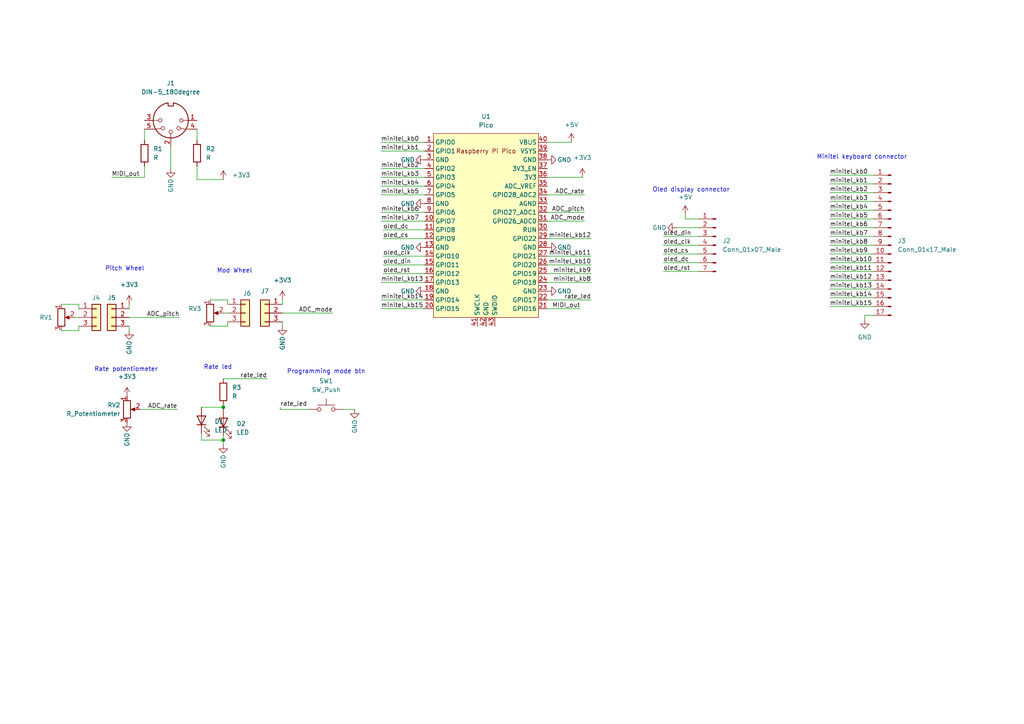
<source format=kicad_sch>
(kicad_sch (version 20211123) (generator eeschema)
  (paper "A4")
  (lib_symbols
    (symbol "Connector:Conn_01x07_Male" (pin_names (offset 1.016) hide)
      (property "Reference" "J" (at 0 10.16 0))
      (property "Value" "Conn_01x07_Male" (at 0 -10.16 0))
      (symbol "Conn_01x07_Male_1_1"
        (polyline (pts (xy 1.27 -7.62) (xy 0.8636 -7.62)) (stroke (width 0.1524)))
        (polyline (pts (xy 1.27 -5.08) (xy 0.8636 -5.08)) (stroke (width 0.1524)))
        (polyline (pts (xy 1.27 -2.54) (xy 0.8636 -2.54)) (stroke (width 0.1524)))
        (polyline (pts (xy 1.27 0) (xy 0.8636 0)) (stroke (width 0.1524)))
        (polyline (pts (xy 1.27 2.54) (xy 0.8636 2.54)) (stroke (width 0.1524)))
        (polyline (pts (xy 1.27 5.08) (xy 0.8636 5.08)) (stroke (width 0.1524)))
        (polyline (pts (xy 1.27 7.62) (xy 0.8636 7.62)) (stroke (width 0.1524)))
        (rectangle (start 0.8636 -7.493) (end 0 -7.747) (stroke (width 0.1524)) (fill (type outline)))
        (rectangle (start 0.8636 -4.953) (end 0 -5.207) (stroke (width 0.1524)) (fill (type outline)))
        (rectangle (start 0.8636 -2.413) (end 0 -2.667) (stroke (width 0.1524)) (fill (type outline)))
        (rectangle (start 0.8636 0.127) (end 0 -0.127) (stroke (width 0.1524)) (fill (type outline)))
        (rectangle (start 0.8636 2.667) (end 0 2.413) (stroke (width 0.1524)) (fill (type outline)))
        (rectangle (start 0.8636 5.207) (end 0 4.953) (stroke (width 0.1524)) (fill (type outline)))
        (rectangle (start 0.8636 7.747) (end 0 7.493) (stroke (width 0.1524)) (fill (type outline)))
        (pin passive line (at 5.08 7.62 180) (length 3.81) (name "Pin_1") (number "1"))
        (pin passive line (at 5.08 5.08 180) (length 3.81) (name "Pin_2") (number "2"))
        (pin passive line (at 5.08 2.54 180) (length 3.81) (name "Pin_3") (number "3"))
        (pin passive line (at 5.08 0 180) (length 3.81) (name "Pin_4") (number "4"))
        (pin passive line (at 5.08 -2.54 180) (length 3.81) (name "Pin_5") (number "5"))
        (pin passive line (at 5.08 -5.08 180) (length 3.81) (name "Pin_6") (number "6"))
        (pin passive line (at 5.08 -7.62 180) (length 3.81) (name "Pin_7") (number "7"))
      )
    )
    (symbol "Connector:Conn_01x17_Male" (pin_names (offset 1.016) hide)
      (property "Reference" "J" (at 0 22.86 0))
      (property "Value" "Conn_01x17_Male" (at 0 -22.86 0))
      (symbol "Conn_01x17_Male_1_1"
        (polyline (pts (xy 1.27 -20.32) (xy 0.8636 -20.32)) (stroke (width 0.1524)))
        (polyline (pts (xy 1.27 -17.78) (xy 0.8636 -17.78)) (stroke (width 0.1524)))
        (polyline (pts (xy 1.27 -15.24) (xy 0.8636 -15.24)) (stroke (width 0.1524)))
        (polyline (pts (xy 1.27 -12.7) (xy 0.8636 -12.7)) (stroke (width 0.1524)))
        (polyline (pts (xy 1.27 -10.16) (xy 0.8636 -10.16)) (stroke (width 0.1524)))
        (polyline (pts (xy 1.27 -7.62) (xy 0.8636 -7.62)) (stroke (width 0.1524)))
        (polyline (pts (xy 1.27 -5.08) (xy 0.8636 -5.08)) (stroke (width 0.1524)))
        (polyline (pts (xy 1.27 -2.54) (xy 0.8636 -2.54)) (stroke (width 0.1524)))
        (polyline (pts (xy 1.27 0) (xy 0.8636 0)) (stroke (width 0.1524)))
        (polyline (pts (xy 1.27 2.54) (xy 0.8636 2.54)) (stroke (width 0.1524)))
        (polyline (pts (xy 1.27 5.08) (xy 0.8636 5.08)) (stroke (width 0.1524)))
        (polyline (pts (xy 1.27 7.62) (xy 0.8636 7.62)) (stroke (width 0.1524)))
        (polyline (pts (xy 1.27 10.16) (xy 0.8636 10.16)) (stroke (width 0.1524)))
        (polyline (pts (xy 1.27 12.7) (xy 0.8636 12.7)) (stroke (width 0.1524)))
        (polyline (pts (xy 1.27 15.24) (xy 0.8636 15.24)) (stroke (width 0.1524)))
        (polyline (pts (xy 1.27 17.78) (xy 0.8636 17.78)) (stroke (width 0.1524)))
        (polyline (pts (xy 1.27 20.32) (xy 0.8636 20.32)) (stroke (width 0.1524)))
        (rectangle (start 0.8636 -20.193) (end 0 -20.447) (stroke (width 0.1524)) (fill (type outline)))
        (rectangle (start 0.8636 -17.653) (end 0 -17.907) (stroke (width 0.1524)) (fill (type outline)))
        (rectangle (start 0.8636 -15.113) (end 0 -15.367) (stroke (width 0.1524)) (fill (type outline)))
        (rectangle (start 0.8636 -12.573) (end 0 -12.827) (stroke (width 0.1524)) (fill (type outline)))
        (rectangle (start 0.8636 -10.033) (end 0 -10.287) (stroke (width 0.1524)) (fill (type outline)))
        (rectangle (start 0.8636 -7.493) (end 0 -7.747) (stroke (width 0.1524)) (fill (type outline)))
        (rectangle (start 0.8636 -4.953) (end 0 -5.207) (stroke (width 0.1524)) (fill (type outline)))
        (rectangle (start 0.8636 -2.413) (end 0 -2.667) (stroke (width 0.1524)) (fill (type outline)))
        (rectangle (start 0.8636 0.127) (end 0 -0.127) (stroke (width 0.1524)) (fill (type outline)))
        (rectangle (start 0.8636 2.667) (end 0 2.413) (stroke (width 0.1524)) (fill (type outline)))
        (rectangle (start 0.8636 5.207) (end 0 4.953) (stroke (width 0.1524)) (fill (type outline)))
        (rectangle (start 0.8636 7.747) (end 0 7.493) (stroke (width 0.1524)) (fill (type outline)))
        (rectangle (start 0.8636 10.287) (end 0 10.033) (stroke (width 0.1524)) (fill (type outline)))
        (rectangle (start 0.8636 12.827) (end 0 12.573) (stroke (width 0.1524)) (fill (type outline)))
        (rectangle (start 0.8636 15.367) (end 0 15.113) (stroke (width 0.1524)) (fill (type outline)))
        (rectangle (start 0.8636 17.907) (end 0 17.653) (stroke (width 0.1524)) (fill (type outline)))
        (rectangle (start 0.8636 20.447) (end 0 20.193) (stroke (width 0.1524)) (fill (type outline)))
        (pin passive line (at 5.08 20.32 180) (length 3.81) (name "Pin_1") (number "1"))
        (pin passive line (at 5.08 -2.54 180) (length 3.81) (name "Pin_10") (number "10"))
        (pin passive line (at 5.08 -5.08 180) (length 3.81) (name "Pin_11") (number "11"))
        (pin passive line (at 5.08 -7.62 180) (length 3.81) (name "Pin_12") (number "12"))
        (pin passive line (at 5.08 -10.16 180) (length 3.81) (name "Pin_13") (number "13"))
        (pin passive line (at 5.08 -12.7 180) (length 3.81) (name "Pin_14") (number "14"))
        (pin passive line (at 5.08 -15.24 180) (length 3.81) (name "Pin_15") (number "15"))
        (pin passive line (at 5.08 -17.78 180) (length 3.81) (name "Pin_16") (number "16"))
        (pin passive line (at 5.08 -20.32 180) (length 3.81) (name "Pin_17") (number "17"))
        (pin passive line (at 5.08 17.78 180) (length 3.81) (name "Pin_2") (number "2"))
        (pin passive line (at 5.08 15.24 180) (length 3.81) (name "Pin_3") (number "3"))
        (pin passive line (at 5.08 12.7 180) (length 3.81) (name "Pin_4") (number "4"))
        (pin passive line (at 5.08 10.16 180) (length 3.81) (name "Pin_5") (number "5"))
        (pin passive line (at 5.08 7.62 180) (length 3.81) (name "Pin_6") (number "6"))
        (pin passive line (at 5.08 5.08 180) (length 3.81) (name "Pin_7") (number "7"))
        (pin passive line (at 5.08 2.54 180) (length 3.81) (name "Pin_8") (number "8"))
        (pin passive line (at 5.08 0 180) (length 3.81) (name "Pin_9") (number "9"))
      )
    )
    (symbol "Connector:DIN-5_180degree" (pin_names (offset 1.016))
      (property "Reference" "J" (at 3.175 5.715 0))
      (property "Value" "DIN-5_180degree" (at 0 -6.35 0))
      (symbol "DIN-5_180degree_0_1"
        (arc (start -5.08 0) (mid -3.8609 -3.3364) (end -0.762 -5.08) (stroke (width 0.254)))
        (circle (center -3.048 0) (radius 0.508))
        (circle (center -2.286 2.286) (radius 0.508))
        (polyline (pts (xy -5.08 0) (xy -3.556 0)))
        (polyline (pts (xy 0 5.08) (xy 0 3.81)))
        (polyline (pts (xy 5.08 0) (xy 3.556 0)))
        (polyline (pts (xy -5.08 2.54) (xy -4.318 2.54) (xy -2.794 2.286)))
        (polyline (pts (xy 5.08 2.54) (xy 4.318 2.54) (xy 2.794 2.286)))
        (polyline (pts (xy -0.762 -4.953) (xy -0.762 -4.191) (xy 0.762 -4.191) (xy 0.762 -4.953)) (stroke (width 0.254)))
        (circle (center 0 3.302) (radius 0.508))
        (arc (start 0.762 -5.08) (mid 3.8685 -3.343) (end 5.08 0) (stroke (width 0.254)))
        (circle (center 2.286 2.286) (radius 0.508))
        (circle (center 3.048 0) (radius 0.508))
        (arc (start 5.08 0) (mid 0 5.08) (end -5.08 0) (stroke (width 0.254)))
      )
      (symbol "DIN-5_180degree_1_1"
        (pin passive line (at -7.62 0 0) (length 2.54) (name "~") (number "1"))
        (pin passive line (at 0 7.62 270) (length 2.54) (name "~") (number "2"))
        (pin passive line (at 7.62 0 180) (length 2.54) (name "~") (number "3"))
        (pin passive line (at -7.62 2.54 0) (length 2.54) (name "~") (number "4"))
        (pin passive line (at 7.62 2.54 180) (length 2.54) (name "~") (number "5"))
      )
    )
    (symbol "Connector_Generic:Conn_01x03" (pin_names (offset 1.016) hide)
      (property "Reference" "J" (at 0 5.08 0))
      (property "Value" "Conn_01x03" (at 0 -5.08 0))
      (symbol "Conn_01x03_1_1"
        (rectangle (start -1.27 -2.413) (end 0 -2.667) (stroke (width 0.1524)))
        (rectangle (start -1.27 0.127) (end 0 -0.127) (stroke (width 0.1524)))
        (rectangle (start -1.27 2.667) (end 0 2.413) (stroke (width 0.1524)))
        (rectangle (start -1.27 3.81) (end 1.27 -3.81) (stroke (width 0.254)) (fill (type background)))
        (pin passive line (at -5.08 2.54 0) (length 3.81) (name "Pin_1") (number "1"))
        (pin passive line (at -5.08 0 0) (length 3.81) (name "Pin_2") (number "2"))
        (pin passive line (at -5.08 -2.54 0) (length 3.81) (name "Pin_3") (number "3"))
      )
    )
    (symbol "Device:LED" (pin_numbers hide) (pin_names (offset 1.016) hide)
      (property "Reference" "D" (at 0 2.54 0))
      (property "Value" "LED" (at 0 -2.54 0))
      (symbol "LED_0_1"
        (polyline (pts (xy -1.27 -1.27) (xy -1.27 1.27)) (stroke (width 0.254)))
        (polyline (pts (xy -1.27 0) (xy 1.27 0)))
        (polyline (pts (xy 1.27 -1.27) (xy 1.27 1.27) (xy -1.27 0) (xy 1.27 -1.27)) (stroke (width 0.254)))
        (polyline (pts (xy -3.048 -0.762) (xy -4.572 -2.286) (xy -3.81 -2.286) (xy -4.572 -2.286) (xy -4.572 -1.524)))
        (polyline (pts (xy -1.778 -0.762) (xy -3.302 -2.286) (xy -2.54 -2.286) (xy -3.302 -2.286) (xy -3.302 -1.524)))
      )
      (symbol "LED_1_1"
        (pin passive line (at -3.81 0 0) (length 2.54) (name "K") (number "1"))
        (pin passive line (at 3.81 0 180) (length 2.54) (name "A") (number "2"))
      )
    )
    (symbol "Device:R" (pin_numbers hide) (pin_names (offset 0))
      (property "Reference" "R" (at 2.032 0 90))
      (property "Value" "R" (at 0 0 90))
      (symbol "R_0_1"
        (rectangle (start -1.016 -2.54) (end 1.016 2.54) (stroke (width 0.254)))
      )
      (symbol "R_1_1"
        (pin passive line (at 0 3.81 270) (length 1.27) (name "~") (number "1"))
        (pin passive line (at 0 -3.81 90) (length 1.27) (name "~") (number "2"))
      )
    )
    (symbol "Device:R_Potentiometer" (pin_names (offset 1.016) hide)
      (property "Reference" "RV" (at -4.445 0 90))
      (property "Value" "R_Potentiometer" (at -2.54 0 90))
      (symbol "R_Potentiometer_0_1"
        (polyline (pts (xy 2.54 0) (xy 1.524 0)))
        (polyline (pts (xy 1.143 0) (xy 2.286 0.508) (xy 2.286 -0.508) (xy 1.143 0)) (fill (type outline)))
        (rectangle (start 1.016 2.54) (end -1.016 -2.54) (stroke (width 0.254)))
      )
      (symbol "R_Potentiometer_1_1"
        (pin passive line (at 0 3.81 270) (length 1.27) (name "1") (number "1"))
        (pin passive line (at 3.81 0 180) (length 1.27) (name "2") (number "2"))
        (pin passive line (at 0 -3.81 90) (length 1.27) (name "3") (number "3"))
      )
    )
    (symbol "MCU_RaspberryPi_and_Boards:Pico"
      (property "Reference" "U" (at -13.97 27.94 0))
      (property "Value" "Pico" (at 0 19.05 0))
      (symbol "Pico_0_0"
        (text "Raspberry Pi Pico" (at 0 21.59 0) (effects (font (size 1.27 1.27))))
      )
      (symbol "Pico_0_1"
        (rectangle (start -15.24 26.67) (end 15.24 -26.67) (fill (type background)))
      )
      (symbol "Pico_1_1"
        (pin bidirectional line (at -17.78 24.13 0) (length 2.54) (name "GPIO0") (number "1"))
        (pin bidirectional line (at -17.78 1.27 0) (length 2.54) (name "GPIO7") (number "10"))
        (pin bidirectional line (at -17.78 -1.27 0) (length 2.54) (name "GPIO8") (number "11"))
        (pin bidirectional line (at -17.78 -3.81 0) (length 2.54) (name "GPIO9") (number "12"))
        (pin power_in line (at -17.78 -6.35 0) (length 2.54) (name "GND") (number "13"))
        (pin bidirectional line (at -17.78 -8.89 0) (length 2.54) (name "GPIO10") (number "14"))
        (pin bidirectional line (at -17.78 -11.43 0) (length 2.54) (name "GPIO11") (number "15"))
        (pin bidirectional line (at -17.78 -13.97 0) (length 2.54) (name "GPIO12") (number "16"))
        (pin bidirectional line (at -17.78 -16.51 0) (length 2.54) (name "GPIO13") (number "17"))
        (pin power_in line (at -17.78 -19.05 0) (length 2.54) (name "GND") (number "18"))
        (pin bidirectional line (at -17.78 -21.59 0) (length 2.54) (name "GPIO14") (number "19"))
        (pin bidirectional line (at -17.78 21.59 0) (length 2.54) (name "GPIO1") (number "2"))
        (pin bidirectional line (at -17.78 -24.13 0) (length 2.54) (name "GPIO15") (number "20"))
        (pin bidirectional line (at 17.78 -24.13 180) (length 2.54) (name "GPIO16") (number "21"))
        (pin bidirectional line (at 17.78 -21.59 180) (length 2.54) (name "GPIO17") (number "22"))
        (pin power_in line (at 17.78 -19.05 180) (length 2.54) (name "GND") (number "23"))
        (pin bidirectional line (at 17.78 -16.51 180) (length 2.54) (name "GPIO18") (number "24"))
        (pin bidirectional line (at 17.78 -13.97 180) (length 2.54) (name "GPIO19") (number "25"))
        (pin bidirectional line (at 17.78 -11.43 180) (length 2.54) (name "GPIO20") (number "26"))
        (pin bidirectional line (at 17.78 -8.89 180) (length 2.54) (name "GPIO21") (number "27"))
        (pin power_in line (at 17.78 -6.35 180) (length 2.54) (name "GND") (number "28"))
        (pin bidirectional line (at 17.78 -3.81 180) (length 2.54) (name "GPIO22") (number "29"))
        (pin power_in line (at -17.78 19.05 0) (length 2.54) (name "GND") (number "3"))
        (pin input line (at 17.78 -1.27 180) (length 2.54) (name "RUN") (number "30"))
        (pin bidirectional line (at 17.78 1.27 180) (length 2.54) (name "GPIO26_ADC0") (number "31"))
        (pin bidirectional line (at 17.78 3.81 180) (length 2.54) (name "GPIO27_ADC1") (number "32"))
        (pin power_in line (at 17.78 6.35 180) (length 2.54) (name "AGND") (number "33"))
        (pin bidirectional line (at 17.78 8.89 180) (length 2.54) (name "GPIO28_ADC2") (number "34"))
        (pin power_in line (at 17.78 11.43 180) (length 2.54) (name "ADC_VREF") (number "35"))
        (pin power_in line (at 17.78 13.97 180) (length 2.54) (name "3V3") (number "36"))
        (pin input line (at 17.78 16.51 180) (length 2.54) (name "3V3_EN") (number "37"))
        (pin bidirectional line (at 17.78 19.05 180) (length 2.54) (name "GND") (number "38"))
        (pin power_in line (at 17.78 21.59 180) (length 2.54) (name "VSYS") (number "39"))
        (pin bidirectional line (at -17.78 16.51 0) (length 2.54) (name "GPIO2") (number "4"))
        (pin power_in line (at 17.78 24.13 180) (length 2.54) (name "VBUS") (number "40"))
        (pin input line (at -2.54 -29.21 90) (length 2.54) (name "SWCLK") (number "41"))
        (pin power_in line (at 0 -29.21 90) (length 2.54) (name "GND") (number "42"))
        (pin bidirectional line (at 2.54 -29.21 90) (length 2.54) (name "SWDIO") (number "43"))
        (pin bidirectional line (at -17.78 13.97 0) (length 2.54) (name "GPIO3") (number "5"))
        (pin bidirectional line (at -17.78 11.43 0) (length 2.54) (name "GPIO4") (number "6"))
        (pin bidirectional line (at -17.78 8.89 0) (length 2.54) (name "GPIO5") (number "7"))
        (pin power_in line (at -17.78 6.35 0) (length 2.54) (name "GND") (number "8"))
        (pin bidirectional line (at -17.78 3.81 0) (length 2.54) (name "GPIO6") (number "9"))
      )
    )
    (symbol "Switch:SW_Push" (pin_numbers hide) (pin_names (offset 1.016) hide)
      (property "Reference" "SW" (at 1.27 2.54 0))
      (property "Value" "SW_Push" (at 0 -1.524 0))
      (symbol "SW_Push_0_1"
        (circle (center -2.032 0) (radius 0.508))
        (polyline (pts (xy 0 1.27) (xy 0 3.048)))
        (polyline (pts (xy 2.54 1.27) (xy -2.54 1.27)))
        (circle (center 2.032 0) (radius 0.508))
        (pin passive line (at -5.08 0 0) (length 2.54) (name "1") (number "1"))
        (pin passive line (at 5.08 0 180) (length 2.54) (name "2") (number "2"))
      )
    )
    (symbol "power:+3V3" (power) (pin_names (offset 0))
      (property "Value" "+3V3" (at 0 3.556 0))
      (symbol "+3V3_0_1"
        (polyline (pts (xy -0.762 1.27) (xy 0 2.54)))
        (polyline (pts (xy 0 0) (xy 0 2.54)))
        (polyline (pts (xy 0 2.54) (xy 0.762 1.27)))
      )
      (symbol "+3V3_1_1"
        (pin power_in line (at 0 0 90) (length 0) hide (name "+3V3") (number "1"))
      )
    )
    (symbol "power:+5V" (power) (pin_names (offset 0))
      (property "Value" "+5V" (at 0 3.556 0))
      (symbol "+5V_0_1"
        (polyline (pts (xy -0.762 1.27) (xy 0 2.54)))
        (polyline (pts (xy 0 0) (xy 0 2.54)))
        (polyline (pts (xy 0 2.54) (xy 0.762 1.27)))
      )
      (symbol "+5V_1_1"
        (pin power_in line (at 0 0 90) (length 0) hide (name "+5V") (number "1"))
      )
    )
    (symbol "power:GND" (power) (pin_names (offset 0))
      (property "Value" "GND" (at 0 -3.81 0))
      (symbol "GND_0_1"
        (polyline (pts (xy 0 0) (xy 0 -1.27) (xy 1.27 -1.27) (xy 0 -2.54) (xy -1.27 -1.27) (xy 0 -1.27)))
      )
      (symbol "GND_1_1"
        (pin power_in line (at 0 0 270) (length 0) hide (name "GND") (number "1"))
      )
    )
  )
  (junction (at 64.77 118.11))
  (junction (at 64.77 127.635))
  (wire (pts (xy 81.915 86.995) (xy 81.915 88.265)))
  (wire (pts (xy 49.53 42.545) (xy 49.53 48.895)))
  (wire (pts (xy 64.77 118.11) (xy 64.77 118.745)))
  (wire (pts (xy 110.49 53.975) (xy 123.19 53.975)))
  (wire (pts (xy 22.86 95.885) (xy 22.86 94.615)))
  (wire (pts (xy 158.75 61.595) (xy 169.545 61.595)))
  (wire (pts (xy 110.49 51.435) (xy 123.19 51.435)))
  (wire (pts (xy 64.77 127.635) (xy 58.42 127.635)))
  (wire (pts (xy 253.365 91.44) (xy 250.825 91.44)))
  (wire (pts (xy 37.465 92.075) (xy 52.07 92.075)))
  (wire (pts (xy 32.385 51.435) (xy 41.91 51.435)))
  (wire (pts (xy 110.49 86.995) (xy 123.19 86.995)))
  (wire (pts (xy 111.125 66.675) (xy 123.19 66.675)))
  (wire (pts (xy 64.77 52.07) (xy 57.15 52.07)))
  (wire (pts (xy 57.15 37.465) (xy 57.15 40.64)))
  (wire (pts (xy 192.405 73.66) (xy 202.565 73.66)))
  (wire (pts (xy 60.96 94.615) (xy 66.04 94.615)))
  (wire (pts (xy 21.59 92.075) (xy 22.86 92.075)))
  (wire (pts (xy 58.42 127.635) (xy 58.42 125.73)))
  (wire (pts (xy 240.665 68.58) (xy 253.365 68.58)))
  (wire (pts (xy 158.75 69.215) (xy 171.45 69.215)))
  (wire (pts (xy 240.665 58.42) (xy 253.365 58.42)))
  (wire (pts (xy 110.49 56.515) (xy 123.19 56.515)))
  (wire (pts (xy 240.665 66.04) (xy 253.365 66.04)))
  (wire (pts (xy 111.125 74.295) (xy 123.19 74.295)))
  (wire (pts (xy 192.405 71.12) (xy 202.565 71.12)))
  (wire (pts (xy 111.125 69.215) (xy 123.19 69.215)))
  (wire (pts (xy 111.125 79.375) (xy 123.19 79.375)))
  (wire (pts (xy 60.96 86.995) (xy 66.04 86.995)))
  (wire (pts (xy 158.75 51.435) (xy 168.91 51.435)))
  (wire (pts (xy 64.77 109.855) (xy 77.47 109.855)))
  (wire (pts (xy 37.465 94.615) (xy 37.465 95.885)))
  (wire (pts (xy 240.665 78.74) (xy 253.365 78.74)))
  (wire (pts (xy 250.825 91.44) (xy 250.825 92.71)))
  (wire (pts (xy 110.49 81.915) (xy 123.19 81.915)))
  (wire (pts (xy 240.665 73.66) (xy 253.365 73.66)))
  (wire (pts (xy 58.42 118.11) (xy 64.77 118.11)))
  (wire (pts (xy 64.77 127.635) (xy 64.77 126.365)))
  (wire (pts (xy 110.49 89.535) (xy 123.19 89.535)))
  (wire (pts (xy 66.04 94.615) (xy 66.04 93.345)))
  (wire (pts (xy 22.86 88.265) (xy 22.86 89.535)))
  (wire (pts (xy 198.755 63.5) (xy 202.565 63.5)))
  (wire (pts (xy 158.75 89.535) (xy 168.275 89.535)))
  (wire (pts (xy 158.75 41.275) (xy 165.735 41.275)))
  (wire (pts (xy 110.49 64.135) (xy 123.19 64.135)))
  (wire (pts (xy 110.49 43.815) (xy 123.19 43.815)))
  (wire (pts (xy 240.665 63.5) (xy 253.365 63.5)))
  (wire (pts (xy 240.665 55.88) (xy 253.365 55.88)))
  (wire (pts (xy 66.04 86.995) (xy 66.04 88.265)))
  (wire (pts (xy 196.215 66.04) (xy 202.565 66.04)))
  (wire (pts (xy 192.405 76.2) (xy 202.565 76.2)))
  (wire (pts (xy 158.75 56.515) (xy 169.545 56.515)))
  (wire (pts (xy 81.28 118.745) (xy 81.28 118.11)))
  (wire (pts (xy 158.75 81.915) (xy 171.45 81.915)))
  (wire (pts (xy 99.695 118.745) (xy 102.87 118.745)))
  (wire (pts (xy 158.75 74.295) (xy 171.45 74.295)))
  (wire (pts (xy 240.665 83.82) (xy 253.365 83.82)))
  (wire (pts (xy 81.915 90.805) (xy 96.52 90.805)))
  (wire (pts (xy 240.665 76.2) (xy 253.365 76.2)))
  (wire (pts (xy 110.49 41.275) (xy 123.19 41.275)))
  (wire (pts (xy 192.405 68.58) (xy 202.565 68.58)))
  (wire (pts (xy 240.665 88.9) (xy 253.365 88.9)))
  (wire (pts (xy 41.91 37.465) (xy 41.91 40.64)))
  (wire (pts (xy 57.15 52.07) (xy 57.15 48.26)))
  (wire (pts (xy 240.665 81.28) (xy 253.365 81.28)))
  (wire (pts (xy 240.665 50.8) (xy 253.365 50.8)))
  (wire (pts (xy 40.64 118.745) (xy 51.435 118.745)))
  (wire (pts (xy 64.77 128.905) (xy 64.77 127.635)))
  (wire (pts (xy 240.665 53.34) (xy 253.365 53.34)))
  (wire (pts (xy 64.77 117.475) (xy 64.77 118.11)))
  (wire (pts (xy 158.75 76.835) (xy 171.45 76.835)))
  (wire (pts (xy 240.665 71.12) (xy 253.365 71.12)))
  (wire (pts (xy 240.665 60.96) (xy 253.365 60.96)))
  (wire (pts (xy 41.91 51.435) (xy 41.91 48.26)))
  (wire (pts (xy 89.535 118.745) (xy 81.28 118.745)))
  (wire (pts (xy 158.75 79.375) (xy 171.45 79.375)))
  (wire (pts (xy 198.755 62.23) (xy 198.755 63.5)))
  (wire (pts (xy 64.77 90.805) (xy 66.04 90.805)))
  (wire (pts (xy 111.125 76.835) (xy 123.19 76.835)))
  (wire (pts (xy 158.75 64.135) (xy 169.545 64.135)))
  (wire (pts (xy 17.78 95.885) (xy 22.86 95.885)))
  (wire (pts (xy 110.49 61.595) (xy 123.19 61.595)))
  (wire (pts (xy 37.465 88.265) (xy 37.465 89.535)))
  (wire (pts (xy 17.78 88.265) (xy 22.86 88.265)))
  (wire (pts (xy 110.49 48.895) (xy 123.19 48.895)))
  (wire (pts (xy 240.665 86.36) (xy 253.365 86.36)))
  (wire (pts (xy 192.405 78.74) (xy 202.565 78.74)))
  (wire (pts (xy 81.915 93.345) (xy 81.915 94.615)))
  (wire (pts (xy 158.75 86.995) (xy 171.45 86.995)))
  (text "Mod Wheel\n" (at 62.865 79.375 0) (effects (font (size 1.27 1.27)) (justify left bottom)))
  (text "Oled display connector" (at 189.23 55.88 0) (effects (font (size 1.27 1.27)) (justify left bottom)))
  (text "Programming mode btn" (at 83.185 108.585 0) (effects (font (size 1.27 1.27)) (justify left bottom)))
  (text "Rate led" (at 59.055 107.315 0) (effects (font (size 1.27 1.27)) (justify left bottom)))
  (text "Rate potentiometer" (at 27.305 107.95 0) (effects (font (size 1.27 1.27)) (justify left bottom)))
  (text "Pitch Wheel\n" (at 30.48 78.74 0) (effects (font (size 1.27 1.27)) (justify left bottom)))
  (text "Minitel keyboard connector\n" (at 236.855 46.355 0) (effects (font (size 1.27 1.27)) (justify left bottom)))
  (label "minitel_kb14" (at 240.665 86.36 0))
  (label "minitel_kb3" (at 110.49 51.435 0))
  (label "minitel_kb10" (at 240.665 76.2 0))
  (label "ADC_rate" (at 169.545 56.515 180))
  (label "MIDI_out" (at 32.385 51.435 0))
  (label "minitel_kb0" (at 240.665 50.8 0))
  (label "minitel_kb9" (at 171.45 79.375 180))
  (label "minitel_kb12" (at 240.665 81.28 0))
  (label "minitel_kb8" (at 171.45 81.915 180))
  (label "minitel_kb14" (at 110.49 86.995 0))
  (label "ADC_mode" (at 96.52 90.805 180))
  (label "minitel_kb2" (at 110.49 48.895 0))
  (label "minitel_kb4" (at 240.665 60.96 0))
  (label "ADC_mode" (at 169.545 64.135 180))
  (label "minitel_kb9" (at 240.665 73.66 0))
  (label "oled_clk" (at 192.405 71.12 0))
  (label "minitel_kb3" (at 240.665 58.42 0))
  (label "minitel_kb5" (at 110.49 56.515 0))
  (label "ADC_rate" (at 51.435 118.745 180))
  (label "oled_cs" (at 111.125 69.215 0))
  (label "minitel_kb13" (at 110.49 81.915 0))
  (label "minitel_kb4" (at 110.49 53.975 0))
  (label "minitel_kb15" (at 240.665 88.9 0))
  (label "minitel_kb2" (at 240.665 55.88 0))
  (label "minitel_kb6" (at 110.49 61.595 0))
  (label "oled_rst" (at 111.125 79.375 0))
  (label "oled_dc" (at 111.125 66.675 0))
  (label "minitel_kb15" (at 110.49 89.535 0))
  (label "oled_cs" (at 192.405 73.66 0))
  (label "minitel_kb13" (at 240.665 83.82 0))
  (label "minitel_kb12" (at 171.45 69.215 180))
  (label "minitel_kb1" (at 240.665 53.34 0))
  (label "ADC_pitch" (at 169.545 61.595 180))
  (label "minitel_kb5" (at 240.665 63.5 0))
  (label "oled_din" (at 111.125 76.835 0))
  (label "oled_rst" (at 192.405 78.74 0))
  (label "minitel_kb7" (at 240.665 68.58 0))
  (label "minitel_kb6" (at 240.665 66.04 0))
  (label "minitel_kb11" (at 240.665 78.74 0))
  (label "oled_clk" (at 111.125 74.295 0))
  (label "rate_led" (at 77.47 109.855 180))
  (label "minitel_kb8" (at 240.665 71.12 0))
  (label "rate_led" (at 81.28 118.11 0))
  (label "minitel_kb0" (at 110.49 41.275 0))
  (label "minitel_kb1" (at 110.49 43.815 0))
  (label "minitel_kb11" (at 171.45 74.295 180))
  (label "oled_dc" (at 192.405 76.2 0))
  (label "minitel_kb7" (at 110.49 64.135 0))
  (label "minitel_kb10" (at 171.45 76.835 180))
  (label "ADC_pitch" (at 52.07 92.075 180))
  (label "rate_led" (at 171.45 86.995 180))
  (label "oled_din" (at 192.405 68.58 0))
  (label "MIDI_out" (at 168.275 89.535 180))
  (symbol (lib_id "Connector:Conn_01x07_Male") (at 207.645 71.12 0) (mirror y) (unit 1)
    (property "Reference" "J2" (at 209.55 69.8499 0) (effects (justify right)))
    (property "Value" "Conn_01x07_Male" (at 209.55 72.3899 0) (effects (justify right)))
    (property "Footprint" "Connector_PinHeader_2.54mm:PinHeader_1x07_P2.54mm_Vertical" (effects hide))
  )
  (symbol (lib_id "power:+5V") (at 198.755 62.23 0) (unit 1)
    (property "Reference" "#PWR0119" (effects hide))
    (property "Value" "+5V" (at 198.755 57.15 0))
  )
  (symbol (lib_id "power:GND") (at 158.75 84.455 90) (mirror x) (unit 1)
    (property "Reference" "#PWR0121" (effects hide))
    (property "Value" "GND" (at 165.735 84.455 90) (effects (justify left)))
  )
  (symbol (lib_id "power:GND") (at 81.915 94.615 0) (mirror y) (unit 1)
    (property "Reference" "#PWR0103" (effects hide))
    (property "Value" "GND" (at 81.915 101.6 90) (effects (justify left)))
  )
  (symbol (lib_id "MCU_RaspberryPi_and_Boards:Pico") (at 140.97 65.405 0) (unit 1)
    (property "Reference" "U1" (at 140.97 33.782 0))
    (property "Value" "Pico" (at 140.97 36.322 0))
    (property "Footprint" "MCU_RaspberryPi_and_Boards:RPi_Pico_SMD_TH" (effects hide))
  )
  (symbol (lib_id "power:+3V3") (at 81.915 86.995 0) (unit 1)
    (property "Reference" "#PWR0102" (effects hide))
    (property "Value" "+3V3" (at 81.915 81.28 0))
  )
  (symbol (lib_id "power:+3V3") (at 168.91 51.435 0) (unit 1)
    (property "Reference" "#PWR0118" (effects hide))
    (property "Value" "+3V3" (at 168.91 45.72 0))
  )
  (symbol (lib_id "power:GND") (at 102.87 118.745 0) (mirror y) (unit 1)
    (property "Reference" "#PWR0108" (effects hide))
    (property "Value" "GND" (at 102.87 125.73 90) (effects (justify left)))
  )
  (symbol (lib_id "Device:R") (at 57.15 44.45 180) (unit 1)
    (property "Reference" "R2" (at 59.69 43.1799 0) (effects (justify right)))
    (property "Value" "R" (at 59.69 45.7199 0) (effects (justify right)))
    (property "Footprint" "Resistor_SMD:R_0805_2012Metric" (effects hide))
  )
  (symbol (lib_id "power:GND") (at 37.465 95.885 0) (mirror y) (unit 1)
    (property "Reference" "#PWR0104" (effects hide))
    (property "Value" "GND" (at 37.465 102.87 90) (effects (justify left)))
  )
  (symbol (lib_id "Switch:SW_Push") (at 94.615 118.745 0) (unit 1)
    (property "Reference" "SW1" (at 94.615 110.49 0))
    (property "Value" "SW_Push" (at 94.615 113.03 0))
    (property "Footprint" "Button_Switch_THT:SW_PUSH_6mm" (effects hide))
  )
  (symbol (lib_id "power:GND") (at 158.75 46.355 90) (mirror x) (unit 1)
    (property "Reference" "#PWR0117" (effects hide))
    (property "Value" "GND" (at 165.735 46.355 90) (effects (justify left)))
  )
  (symbol (lib_id "Connector_Generic:Conn_01x03") (at 76.835 90.805 0) (mirror y) (unit 1)
    (property "Reference" "J7" (at 76.835 84.455 0))
    (property "Value" "Conn_01x03" (effects hide))
    (property "Footprint" "Connector_PinHeader_2.54mm:PinHeader_1x03_P2.54mm_Vertical" (effects hide))
  )
  (symbol (lib_id "power:GND") (at 123.19 84.455 270) (unit 1)
    (property "Reference" "#PWR0113" (effects hide))
    (property "Value" "GND" (at 116.205 84.455 90) (effects (justify left)))
  )
  (symbol (lib_id "Connector:Conn_01x17_Male") (at 258.445 71.12 0) (mirror y) (unit 1)
    (property "Reference" "J3" (at 260.35 69.8499 0) (effects (justify right)))
    (property "Value" "Conn_01x17_Male" (at 260.35 72.3899 0) (effects (justify right)))
    (property "Footprint" "Connector_PinHeader_2.54mm:PinHeader_1x13_P2.54mm_Vertical" (effects hide))
  )
  (symbol (lib_id "power:GND") (at 196.215 66.04 270) (unit 1)
    (property "Reference" "#PWR0120" (effects hide))
    (property "Value" "GND" (at 189.23 66.04 90) (effects (justify left)))
  )
  (symbol (lib_id "Device:R") (at 41.91 44.45 0) (unit 1)
    (property "Reference" "R1" (at 44.45 43.1799 0) (effects (justify left)))
    (property "Value" "R" (at 44.45 45.7199 0) (effects (justify left)))
    (property "Footprint" "Resistor_SMD:R_0805_2012Metric" (effects hide))
  )
  (symbol (lib_id "Device:LED") (at 58.42 121.92 90) (unit 1)
    (property "Reference" "D1" (at 62.23 122.2374 90) (effects (justify right)))
    (property "Value" "LED" (at 62.23 124.7774 90) (effects (justify right)))
    (property "Footprint" "LED_THT:LED_D3.0mm" (effects hide))
  )
  (symbol (lib_id "power:+3V3") (at 36.83 114.935 0) (unit 1)
    (property "Reference" "#PWR0110" (effects hide))
    (property "Value" "+3V3" (at 36.83 109.22 0))
  )
  (symbol (lib_id "Device:LED") (at 64.77 122.555 90) (unit 1)
    (property "Reference" "D2" (at 68.58 122.8724 90) (effects (justify right)))
    (property "Value" "LED" (at 68.58 125.4124 90) (effects (justify right)))
    (property "Footprint" "LED_SMD:LED_0603_1608Metric" (effects hide))
  )
  (symbol (lib_id "power:GND") (at 36.83 122.555 0) (mirror y) (unit 1)
    (property "Reference" "#PWR0111" (effects hide))
    (property "Value" "GND" (at 36.83 129.54 90) (effects (justify left)))
  )
  (symbol (lib_id "Connector:DIN-5_180degree") (at 49.53 34.925 180) (unit 1)
    (property "Reference" "J1" (at 49.5299 24.13 0))
    (property "Value" "DIN-5_180degree" (at 49.5299 26.67 0))
    (property "Footprint" "KiCad:52120441" (effects hide))
    (property "Datasheet" "http://www.mouser.com/ds/2/18/40_c091_abd_e-75918.pdf" (effects hide))
  )
  (symbol (lib_id "power:GND") (at 49.53 48.895 0) (unit 1)
    (property "Reference" "#PWR0107" (effects hide))
    (property "Value" "GND" (at 49.53 55.88 90) (effects (justify left)))
  )
  (symbol (lib_id "power:+5V") (at 165.735 41.275 0) (unit 1)
    (property "Reference" "#PWR0116" (effects hide))
    (property "Value" "+5V" (at 165.735 36.195 0))
  )
  (symbol (lib_id "power:+3V3") (at 37.465 88.265 0) (unit 1)
    (property "Reference" "#PWR0105" (effects hide))
    (property "Value" "+3V3" (at 37.465 82.55 0))
  )
  (symbol (lib_id "Connector_Generic:Conn_01x03") (at 32.385 92.075 0) (mirror y) (unit 1)
    (property "Reference" "J5" (at 32.385 86.36 0))
    (property "Value" "Conn_01x03" (effects hide))
    (property "Footprint" "Connector_PinHeader_2.54mm:PinHeader_1x03_P2.54mm_Vertical" (effects hide))
  )
  (symbol (lib_id "power:+3V3") (at 64.77 52.07 0) (mirror y) (unit 1)
    (property "Reference" "#PWR0106" (effects hide))
    (property "Value" "+3V3" (at 67.31 50.7999 0) (effects (justify right)))
  )
  (symbol (lib_id "Device:R") (at 64.77 113.665 0) (unit 1)
    (property "Reference" "R3" (at 67.31 112.3949 0) (effects (justify left)))
    (property "Value" "R" (at 67.31 114.9349 0) (effects (justify left)))
    (property "Footprint" "Resistor_SMD:R_0805_2012Metric" (effects hide))
  )
  (symbol (lib_id "Device:R_Potentiometer") (at 60.96 90.805 0) (unit 1)
    (property "Reference" "RV3" (at 58.42 89.5349 0) (effects (justify right)))
    (property "Value" "R_Potentiometer" (effects hide))
    (property "Footprint" "Potentiometer_THT:Potentiometer_Alps_RK09Y11_Single_Horizontal" (effects hide))
  )
  (symbol (lib_id "Connector_Generic:Conn_01x03") (at 71.12 90.805 0) (unit 1)
    (property "Reference" "J6" (at 70.485 85.09 0) (effects (justify left)))
    (property "Value" "Conn_01x03" (effects hide))
    (property "Footprint" "Connector_PinHeader_2.54mm:PinHeader_1x03_P2.54mm_Vertical" (effects hide))
  )
  (symbol (lib_id "power:GND") (at 123.19 59.055 270) (unit 1)
    (property "Reference" "#PWR0112" (effects hide))
    (property "Value" "GND" (at 116.205 59.055 90) (effects (justify left)))
  )
  (symbol (lib_id "Connector_Generic:Conn_01x03") (at 27.94 92.075 0) (unit 1)
    (property "Reference" "J4" (at 26.67 86.36 0) (effects (justify left)))
    (property "Value" "Conn_01x03" (effects hide))
    (property "Footprint" "Connector_PinHeader_2.54mm:PinHeader_1x03_P2.54mm_Vertical" (effects hide))
  )
  (symbol (lib_id "power:GND") (at 158.75 71.755 90) (mirror x) (unit 1)
    (property "Reference" "#PWR0122" (effects hide))
    (property "Value" "GND" (at 165.735 71.755 90) (effects (justify left)))
  )
  (symbol (lib_id "Device:R_Potentiometer") (at 17.78 92.075 0) (unit 1)
    (property "Reference" "RV1" (at 15.24 92.0749 0) (effects (justify right)))
    (property "Value" "R_Potentiometer" (effects hide))
    (property "Footprint" "Potentiometer_THT:Potentiometer_Alps_RK09Y11_Single_Horizontal" (effects hide))
  )
  (symbol (lib_id "Device:R_Potentiometer") (at 36.83 118.745 0) (unit 1)
    (property "Reference" "RV2" (at 34.925 117.4749 0) (effects (justify right)))
    (property "Value" "R_Potentiometer" (at 34.925 120.0149 0) (effects (justify right)))
    (property "Footprint" "Potentiometer_THT:Potentiometer_Alpha_RD901F-40-00D_Single_Vertical" (effects hide))
  )
  (symbol (lib_id "power:GND") (at 64.77 128.905 0) (mirror y) (unit 1)
    (property "Reference" "#PWR0109" (effects hide))
    (property "Value" "GND" (at 64.77 135.89 90) (effects (justify left)))
  )
  (symbol (lib_id "power:GND") (at 250.825 92.71 0) (unit 1)
    (property "Reference" "#PWR0101" (effects hide))
    (property "Value" "GND" (at 250.825 97.79 0))
  )
  (symbol (lib_id "power:GND") (at 123.19 46.355 270) (unit 1)
    (property "Reference" "#PWR0115" (effects hide))
    (property "Value" "GND" (at 116.205 46.355 90) (effects (justify left)))
  )
  (symbol (lib_id "power:GND") (at 123.19 71.755 270) (unit 1)
    (property "Reference" "#PWR0114" (effects hide))
    (property "Value" "GND" (at 116.205 71.755 90) (effects (justify left)))
  )
)
</source>
